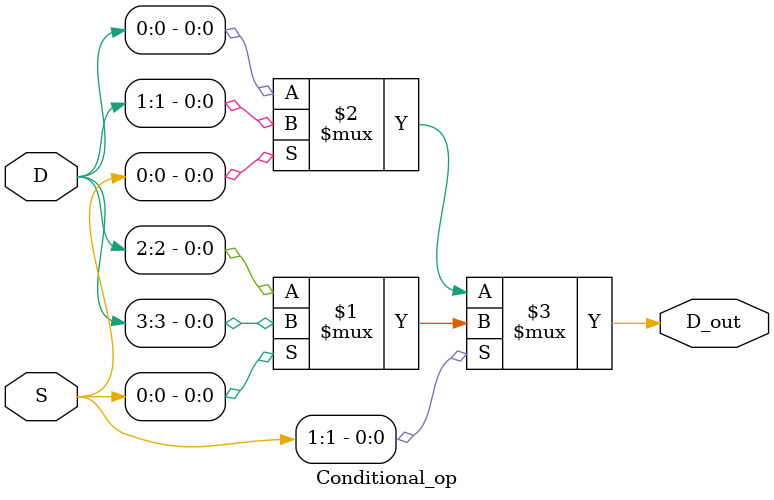
<source format=v>
`timescale 1ns / 1ps


module Conditional_op(D_out, S,D );

output D_out;
input [1:0] S ;
input [3:0] D;
 
 assign D_out = S[1] ? (S[0] ? D[3] : D[2]) : (S[0] ? D[1] : D[0]);
endmodule

</source>
